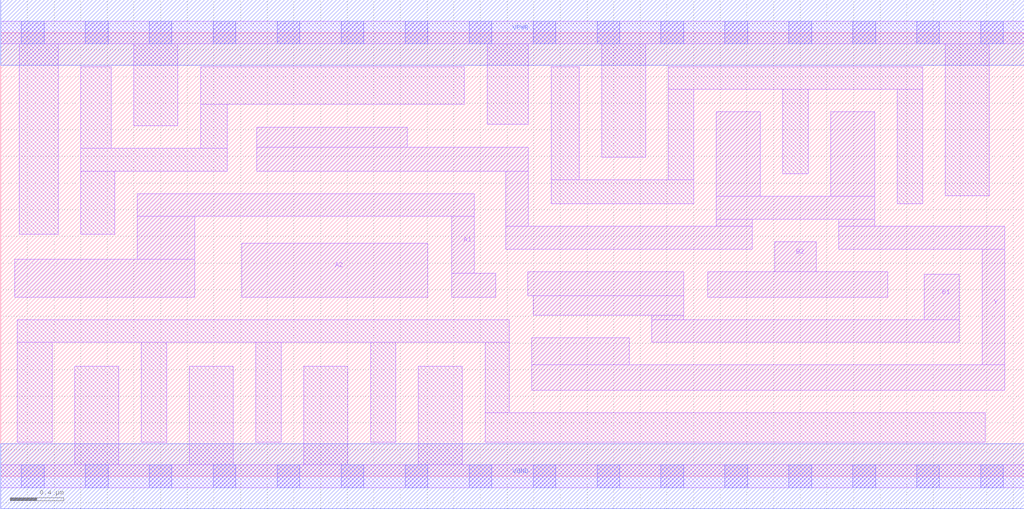
<source format=lef>
# Copyright 2020 The SkyWater PDK Authors
#
# Licensed under the Apache License, Version 2.0 (the "License");
# you may not use this file except in compliance with the License.
# You may obtain a copy of the License at
#
#     https://www.apache.org/licenses/LICENSE-2.0
#
# Unless required by applicable law or agreed to in writing, software
# distributed under the License is distributed on an "AS IS" BASIS,
# WITHOUT WARRANTIES OR CONDITIONS OF ANY KIND, either express or implied.
# See the License for the specific language governing permissions and
# limitations under the License.
#
# SPDX-License-Identifier: Apache-2.0

VERSION 5.7 ;
  NAMESCASESENSITIVE ON ;
  NOWIREEXTENSIONATPIN ON ;
  DIVIDERCHAR "/" ;
  BUSBITCHARS "[]" ;
UNITS
  DATABASE MICRONS 200 ;
END UNITS
MACRO sky130_fd_sc_lp__o22ai_4
  CLASS CORE ;
  SOURCE USER ;
  FOREIGN sky130_fd_sc_lp__o22ai_4 ;
  ORIGIN  0.000000  0.000000 ;
  SIZE  7.680000 BY  3.330000 ;
  SYMMETRY X Y R90 ;
  SITE unit ;
  PIN A1
    ANTENNAGATEAREA  1.260000 ;
    DIRECTION INPUT ;
    USE SIGNAL ;
    PORT
      LAYER li1 ;
        RECT 0.105000 1.345000 1.455000 1.630000 ;
        RECT 1.025000 1.630000 1.455000 1.950000 ;
        RECT 1.025000 1.950000 3.555000 2.120000 ;
        RECT 3.385000 1.345000 3.715000 1.525000 ;
        RECT 3.385000 1.525000 3.555000 1.950000 ;
    END
  END A1
  PIN A2
    ANTENNAGATEAREA  1.260000 ;
    DIRECTION INPUT ;
    USE SIGNAL ;
    PORT
      LAYER li1 ;
        RECT 1.810000 1.345000 3.205000 1.750000 ;
    END
  END A2
  PIN B1
    ANTENNAGATEAREA  1.260000 ;
    DIRECTION INPUT ;
    USE SIGNAL ;
    PORT
      LAYER li1 ;
        RECT 3.955000 1.355000 5.125000 1.535000 ;
        RECT 3.995000 1.210000 5.125000 1.355000 ;
        RECT 4.885000 1.005000 7.195000 1.175000 ;
        RECT 4.885000 1.175000 5.125000 1.210000 ;
        RECT 6.930000 1.175000 7.195000 1.515000 ;
    END
  END B1
  PIN B2
    ANTENNAGATEAREA  1.260000 ;
    DIRECTION INPUT ;
    USE SIGNAL ;
    PORT
      LAYER li1 ;
        RECT 5.305000 1.345000 6.655000 1.535000 ;
        RECT 5.810000 1.535000 6.120000 1.760000 ;
    END
  END B2
  PIN Y
    ANTENNADIFFAREA  2.352000 ;
    DIRECTION OUTPUT ;
    USE SIGNAL ;
    PORT
      LAYER li1 ;
        RECT 1.920000 2.290000 3.960000 2.470000 ;
        RECT 1.920000 2.470000 3.050000 2.620000 ;
        RECT 3.790000 1.705000 5.640000 1.875000 ;
        RECT 3.790000 1.875000 3.960000 2.290000 ;
        RECT 3.985000 0.645000 7.535000 0.835000 ;
        RECT 3.985000 0.835000 4.715000 1.040000 ;
        RECT 5.370000 1.875000 5.640000 1.930000 ;
        RECT 5.370000 1.930000 6.560000 2.100000 ;
        RECT 5.370000 2.100000 5.700000 2.735000 ;
        RECT 6.230000 2.100000 6.560000 2.735000 ;
        RECT 6.290000 1.705000 7.535000 1.875000 ;
        RECT 6.290000 1.875000 6.560000 1.930000 ;
        RECT 7.365000 0.835000 7.535000 1.705000 ;
    END
  END Y
  PIN VGND
    DIRECTION INOUT ;
    USE GROUND ;
    PORT
      LAYER met1 ;
        RECT 0.000000 -0.245000 7.680000 0.245000 ;
    END
  END VGND
  PIN VPWR
    DIRECTION INOUT ;
    USE POWER ;
    PORT
      LAYER met1 ;
        RECT 0.000000 3.085000 7.680000 3.575000 ;
    END
  END VPWR
  OBS
    LAYER li1 ;
      RECT 0.000000 -0.085000 7.680000 0.085000 ;
      RECT 0.000000  3.245000 7.680000 3.415000 ;
      RECT 0.125000  0.255000 0.385000 1.005000 ;
      RECT 0.125000  1.005000 3.815000 1.175000 ;
      RECT 0.140000  1.815000 0.430000 3.245000 ;
      RECT 0.555000  0.085000 0.885000 0.825000 ;
      RECT 0.600000  1.815000 0.855000 2.290000 ;
      RECT 0.600000  2.290000 1.700000 2.460000 ;
      RECT 0.600000  2.460000 0.830000 3.075000 ;
      RECT 1.000000  2.630000 1.330000 3.245000 ;
      RECT 1.055000  0.255000 1.245000 1.005000 ;
      RECT 1.415000  0.085000 1.745000 0.825000 ;
      RECT 1.500000  2.460000 1.700000 2.790000 ;
      RECT 1.500000  2.790000 3.480000 3.075000 ;
      RECT 1.915000  0.255000 2.105000 1.005000 ;
      RECT 2.275000  0.085000 2.605000 0.825000 ;
      RECT 2.775000  0.255000 2.965000 1.005000 ;
      RECT 3.135000  0.085000 3.465000 0.825000 ;
      RECT 3.635000  0.255000 7.390000 0.475000 ;
      RECT 3.635000  0.475000 3.815000 1.005000 ;
      RECT 3.650000  2.640000 3.960000 3.245000 ;
      RECT 4.130000  2.045000 5.200000 2.225000 ;
      RECT 4.130000  2.225000 4.340000 3.075000 ;
      RECT 4.510000  2.395000 4.840000 3.245000 ;
      RECT 5.010000  2.225000 5.200000 2.905000 ;
      RECT 5.010000  2.905000 6.920000 3.075000 ;
      RECT 5.870000  2.270000 6.060000 2.905000 ;
      RECT 6.730000  2.045000 6.920000 2.905000 ;
      RECT 7.090000  2.105000 7.420000 3.245000 ;
    LAYER mcon ;
      RECT 0.155000 -0.085000 0.325000 0.085000 ;
      RECT 0.155000  3.245000 0.325000 3.415000 ;
      RECT 0.635000 -0.085000 0.805000 0.085000 ;
      RECT 0.635000  3.245000 0.805000 3.415000 ;
      RECT 1.115000 -0.085000 1.285000 0.085000 ;
      RECT 1.115000  3.245000 1.285000 3.415000 ;
      RECT 1.595000 -0.085000 1.765000 0.085000 ;
      RECT 1.595000  3.245000 1.765000 3.415000 ;
      RECT 2.075000 -0.085000 2.245000 0.085000 ;
      RECT 2.075000  3.245000 2.245000 3.415000 ;
      RECT 2.555000 -0.085000 2.725000 0.085000 ;
      RECT 2.555000  3.245000 2.725000 3.415000 ;
      RECT 3.035000 -0.085000 3.205000 0.085000 ;
      RECT 3.035000  3.245000 3.205000 3.415000 ;
      RECT 3.515000 -0.085000 3.685000 0.085000 ;
      RECT 3.515000  3.245000 3.685000 3.415000 ;
      RECT 3.995000 -0.085000 4.165000 0.085000 ;
      RECT 3.995000  3.245000 4.165000 3.415000 ;
      RECT 4.475000 -0.085000 4.645000 0.085000 ;
      RECT 4.475000  3.245000 4.645000 3.415000 ;
      RECT 4.955000 -0.085000 5.125000 0.085000 ;
      RECT 4.955000  3.245000 5.125000 3.415000 ;
      RECT 5.435000 -0.085000 5.605000 0.085000 ;
      RECT 5.435000  3.245000 5.605000 3.415000 ;
      RECT 5.915000 -0.085000 6.085000 0.085000 ;
      RECT 5.915000  3.245000 6.085000 3.415000 ;
      RECT 6.395000 -0.085000 6.565000 0.085000 ;
      RECT 6.395000  3.245000 6.565000 3.415000 ;
      RECT 6.875000 -0.085000 7.045000 0.085000 ;
      RECT 6.875000  3.245000 7.045000 3.415000 ;
      RECT 7.355000 -0.085000 7.525000 0.085000 ;
      RECT 7.355000  3.245000 7.525000 3.415000 ;
  END
END sky130_fd_sc_lp__o22ai_4

</source>
